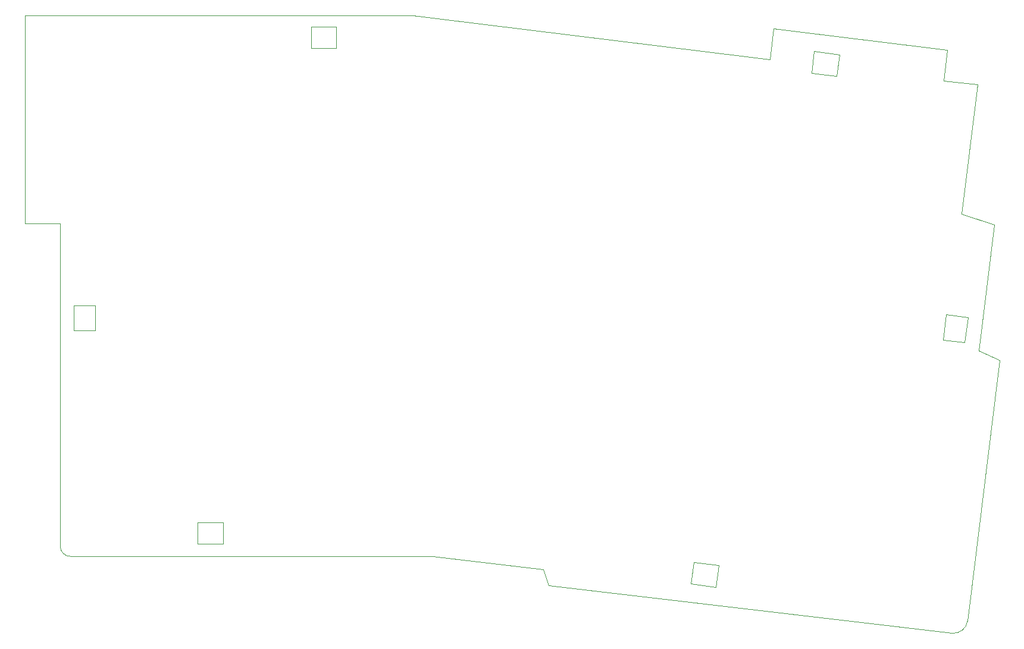
<source format=gbr>
%TF.GenerationSoftware,KiCad,Pcbnew,(5.1.9-0-10_14)*%
%TF.CreationDate,2021-04-30T13:47:16+09:00*%
%TF.ProjectId,seiren-pad,73656972-656e-42d7-9061-642e6b696361,rev?*%
%TF.SameCoordinates,Original*%
%TF.FileFunction,Profile,NP*%
%FSLAX46Y46*%
G04 Gerber Fmt 4.6, Leading zero omitted, Abs format (unit mm)*
G04 Created by KiCad (PCBNEW (5.1.9-0-10_14)) date 2021-04-30 13:47:16*
%MOMM*%
%LPD*%
G01*
G04 APERTURE LIST*
%TA.AperFunction,Profile*%
%ADD10C,0.100000*%
%TD*%
%TA.AperFunction,Profile*%
%ADD11C,0.120000*%
%TD*%
G04 APERTURE END LIST*
D10*
X97713802Y-92791280D02*
G75*
G03*
X99237800Y-94264480I1498599J25399D01*
G01*
X228244400Y-27025600D02*
X223451399Y-26477243D01*
X223984624Y-22080749D02*
X223451399Y-26477243D01*
X226837191Y-103459751D02*
G75*
G02*
X224611514Y-105198640I-1982283J243394D01*
G01*
X150720445Y-94264403D02*
X166491376Y-96140313D01*
X167222754Y-98372131D02*
X166491376Y-96140313D01*
X92684600Y-46843612D02*
X97713800Y-46842680D01*
X99237800Y-94264480D02*
X150720445Y-94264403D01*
X147929600Y-17195800D02*
X92684600Y-17195800D01*
X198729775Y-23446494D02*
X147929600Y-17195800D01*
X199263000Y-19050000D02*
X198729775Y-23446494D01*
X223984624Y-22080749D02*
X199263000Y-19050000D01*
X225973640Y-45440600D02*
X228244400Y-27025600D01*
X230616760Y-47015400D02*
X225973640Y-45440600D01*
X228414826Y-64937640D02*
X230616760Y-47015400D01*
X231408554Y-66304631D02*
X228414826Y-64937640D01*
X167222754Y-98372131D02*
X224611514Y-105198640D01*
X97713800Y-46842680D02*
X97713802Y-92791280D01*
X226837191Y-103459751D02*
X231408554Y-66304631D01*
X92684600Y-17195800D02*
X92684600Y-46843612D01*
D11*
%TO.C,LED6*%
X99644640Y-58475920D02*
X102744640Y-58475920D01*
X102744640Y-58475920D02*
X102744640Y-62075920D01*
X102744640Y-62075920D02*
X99644640Y-62075920D01*
X99644640Y-62075920D02*
X99644640Y-58475920D01*
%TO.C,LED1*%
X137012840Y-18791720D02*
X137012840Y-21891720D01*
X137012840Y-21891720D02*
X133412840Y-21891720D01*
X133412840Y-21891720D02*
X133412840Y-18791720D01*
X133412840Y-18791720D02*
X137012840Y-18791720D01*
%TO.C,LED4*%
X191435516Y-95533512D02*
X191057721Y-98610405D01*
X191057721Y-98610405D02*
X187484554Y-98171676D01*
X187484554Y-98171676D02*
X187862349Y-95094783D01*
X187862349Y-95094783D02*
X191435516Y-95533512D01*
%TO.C,LED5*%
X120890440Y-89402320D02*
X120890440Y-92502320D01*
X120890440Y-92502320D02*
X117290440Y-92502320D01*
X117290440Y-92502320D02*
X117290440Y-89402320D01*
X117290440Y-89402320D02*
X120890440Y-89402320D01*
%TO.C,LED2*%
X208594321Y-22755038D02*
X208216526Y-25831931D01*
X208216526Y-25831931D02*
X204643359Y-25393202D01*
X204643359Y-25393202D02*
X205021154Y-22316309D01*
X205021154Y-22316309D02*
X208594321Y-22755038D01*
%TO.C,LED3*%
X223802005Y-59816481D02*
X226878898Y-60194276D01*
X226878898Y-60194276D02*
X226440169Y-63767443D01*
X226440169Y-63767443D02*
X223363276Y-63389648D01*
X223363276Y-63389648D02*
X223802005Y-59816481D01*
%TD*%
M02*

</source>
